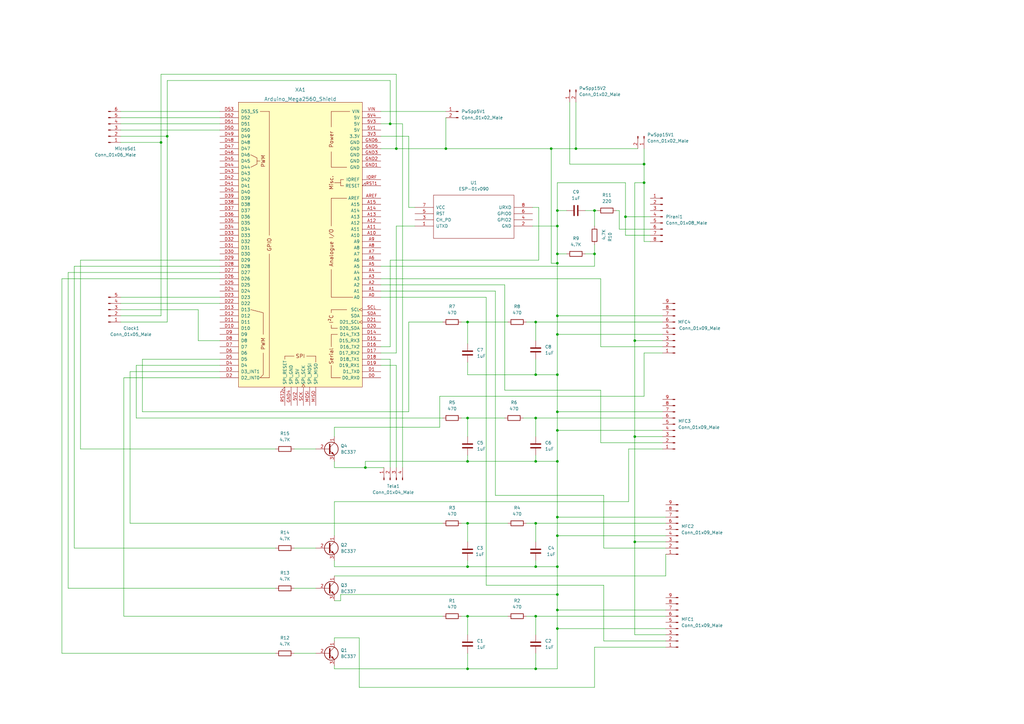
<source format=kicad_sch>
(kicad_sch (version 20211123) (generator eeschema)
  (paper "A3")
  (title_block (title "Circuito protótipo controlador") (date "2022-06-04") (rev "01") (company "UTFPR") (comment 1 "Autor: Gabriel Espinola Lincoln Ferreira dos Santos"))
  (lib_symbols
    (symbol "Connector:Conn_01x02_Male" (pin_names (offset 1.016) hide)
      (property "Reference" "J" (at 0 2.54 0))
      (property "Value" "Conn_01x02_Male" (at 0 -5.08 0))
      (symbol "Conn_01x02_Male_1_1"
        (polyline (pts (xy 1.27 -2.54) (xy 0.8636 -2.54)) (stroke (width 0.1524)))
        (polyline (pts (xy 1.27 0) (xy 0.8636 0)) (stroke (width 0.1524)))
        (rectangle (start 0.8636 -2.413) (end 0 -2.667) (stroke (width 0.1524)) (fill (type outline)))
        (rectangle (start 0.8636 0.127) (end 0 -0.127) (stroke (width 0.1524)) (fill (type outline)))
        (pin passive line (at 5.08 0 180) (length 3.81) (name "Pin_1") (number "1"))
        (pin passive line (at 5.08 -2.54 180) (length 3.81) (name "Pin_2") (number "2"))
      )
    )
    (symbol "Connector:Conn_01x04_Male" (pin_names (offset 1.016) hide)
      (property "Reference" "J" (at 0 5.08 0))
      (property "Value" "Conn_01x04_Male" (at 0 -7.62 0))
      (symbol "Conn_01x04_Male_1_1"
        (polyline (pts (xy 1.27 -5.08) (xy 0.8636 -5.08)) (stroke (width 0.1524)))
        (polyline (pts (xy 1.27 -2.54) (xy 0.8636 -2.54)) (stroke (width 0.1524)))
        (polyline (pts (xy 1.27 0) (xy 0.8636 0)) (stroke (width 0.1524)))
        (polyline (pts (xy 1.27 2.54) (xy 0.8636 2.54)) (stroke (width 0.1524)))
        (rectangle (start 0.8636 -4.953) (end 0 -5.207) (stroke (width 0.1524)) (fill (type outline)))
        (rectangle (start 0.8636 -2.413) (end 0 -2.667) (stroke (width 0.1524)) (fill (type outline)))
        (rectangle (start 0.8636 0.127) (end 0 -0.127) (stroke (width 0.1524)) (fill (type outline)))
        (rectangle (start 0.8636 2.667) (end 0 2.413) (stroke (width 0.1524)) (fill (type outline)))
        (pin passive line (at 5.08 2.54 180) (length 3.81) (name "Pin_1") (number "1"))
        (pin passive line (at 5.08 0 180) (length 3.81) (name "Pin_2") (number "2"))
        (pin passive line (at 5.08 -2.54 180) (length 3.81) (name "Pin_3") (number "3"))
        (pin passive line (at 5.08 -5.08 180) (length 3.81) (name "Pin_4") (number "4"))
      )
    )
    (symbol "Connector:Conn_01x05_Male" (pin_names (offset 1.016) hide)
      (property "Reference" "J" (at 0 7.62 0))
      (property "Value" "Conn_01x05_Male" (at 0 -7.62 0))
      (symbol "Conn_01x05_Male_1_1"
        (polyline (pts (xy 1.27 -5.08) (xy 0.8636 -5.08)) (stroke (width 0.1524)))
        (polyline (pts (xy 1.27 -2.54) (xy 0.8636 -2.54)) (stroke (width 0.1524)))
        (polyline (pts (xy 1.27 0) (xy 0.8636 0)) (stroke (width 0.1524)))
        (polyline (pts (xy 1.27 2.54) (xy 0.8636 2.54)) (stroke (width 0.1524)))
        (polyline (pts (xy 1.27 5.08) (xy 0.8636 5.08)) (stroke (width 0.1524)))
        (rectangle (start 0.8636 -4.953) (end 0 -5.207) (stroke (width 0.1524)) (fill (type outline)))
        (rectangle (start 0.8636 -2.413) (end 0 -2.667) (stroke (width 0.1524)) (fill (type outline)))
        (rectangle (start 0.8636 0.127) (end 0 -0.127) (stroke (width 0.1524)) (fill (type outline)))
        (rectangle (start 0.8636 2.667) (end 0 2.413) (stroke (width 0.1524)) (fill (type outline)))
        (rectangle (start 0.8636 5.207) (end 0 4.953) (stroke (width 0.1524)) (fill (type outline)))
        (pin passive line (at 5.08 5.08 180) (length 3.81) (name "Pin_1") (number "1"))
        (pin passive line (at 5.08 2.54 180) (length 3.81) (name "Pin_2") (number "2"))
        (pin passive line (at 5.08 0 180) (length 3.81) (name "Pin_3") (number "3"))
        (pin passive line (at 5.08 -2.54 180) (length 3.81) (name "Pin_4") (number "4"))
        (pin passive line (at 5.08 -5.08 180) (length 3.81) (name "Pin_5") (number "5"))
      )
    )
    (symbol "Connector:Conn_01x06_Male" (pin_names (offset 1.016) hide)
      (property "Reference" "J" (at 0 7.62 0))
      (property "Value" "Conn_01x06_Male" (at 0 -10.16 0))
      (symbol "Conn_01x06_Male_1_1"
        (polyline (pts (xy 1.27 -7.62) (xy 0.8636 -7.62)) (stroke (width 0.1524)))
        (polyline (pts (xy 1.27 -5.08) (xy 0.8636 -5.08)) (stroke (width 0.1524)))
        (polyline (pts (xy 1.27 -2.54) (xy 0.8636 -2.54)) (stroke (width 0.1524)))
        (polyline (pts (xy 1.27 0) (xy 0.8636 0)) (stroke (width 0.1524)))
        (polyline (pts (xy 1.27 2.54) (xy 0.8636 2.54)) (stroke (width 0.1524)))
        (polyline (pts (xy 1.27 5.08) (xy 0.8636 5.08)) (stroke (width 0.1524)))
        (rectangle (start 0.8636 -7.493) (end 0 -7.747) (stroke (width 0.1524)) (fill (type outline)))
        (rectangle (start 0.8636 -4.953) (end 0 -5.207) (stroke (width 0.1524)) (fill (type outline)))
        (rectangle (start 0.8636 -2.413) (end 0 -2.667) (stroke (width 0.1524)) (fill (type outline)))
        (rectangle (start 0.8636 0.127) (end 0 -0.127) (stroke (width 0.1524)) (fill (type outline)))
        (rectangle (start 0.8636 2.667) (end 0 2.413) (stroke (width 0.1524)) (fill (type outline)))
        (rectangle (start 0.8636 5.207) (end 0 4.953) (stroke (width 0.1524)) (fill (type outline)))
        (pin passive line (at 5.08 5.08 180) (length 3.81) (name "Pin_1") (number "1"))
        (pin passive line (at 5.08 2.54 180) (length 3.81) (name "Pin_2") (number "2"))
        (pin passive line (at 5.08 0 180) (length 3.81) (name "Pin_3") (number "3"))
        (pin passive line (at 5.08 -2.54 180) (length 3.81) (name "Pin_4") (number "4"))
        (pin passive line (at 5.08 -5.08 180) (length 3.81) (name "Pin_5") (number "5"))
        (pin passive line (at 5.08 -7.62 180) (length 3.81) (name "Pin_6") (number "6"))
      )
    )
    (symbol "Connector:Conn_01x08_Male" (pin_names (offset 1.016) hide)
      (property "Reference" "J" (at 0 10.16 0))
      (property "Value" "Conn_01x08_Male" (at 0 -12.7 0))
      (symbol "Conn_01x08_Male_1_1"
        (polyline (pts (xy 1.27 -10.16) (xy 0.8636 -10.16)) (stroke (width 0.1524)))
        (polyline (pts (xy 1.27 -7.62) (xy 0.8636 -7.62)) (stroke (width 0.1524)))
        (polyline (pts (xy 1.27 -5.08) (xy 0.8636 -5.08)) (stroke (width 0.1524)))
        (polyline (pts (xy 1.27 -2.54) (xy 0.8636 -2.54)) (stroke (width 0.1524)))
        (polyline (pts (xy 1.27 0) (xy 0.8636 0)) (stroke (width 0.1524)))
        (polyline (pts (xy 1.27 2.54) (xy 0.8636 2.54)) (stroke (width 0.1524)))
        (polyline (pts (xy 1.27 5.08) (xy 0.8636 5.08)) (stroke (width 0.1524)))
        (polyline (pts (xy 1.27 7.62) (xy 0.8636 7.62)) (stroke (width 0.1524)))
        (rectangle (start 0.8636 -10.033) (end 0 -10.287) (stroke (width 0.1524)) (fill (type outline)))
        (rectangle (start 0.8636 -7.493) (end 0 -7.747) (stroke (width 0.1524)) (fill (type outline)))
        (rectangle (start 0.8636 -4.953) (end 0 -5.207) (stroke (width 0.1524)) (fill (type outline)))
        (rectangle (start 0.8636 -2.413) (end 0 -2.667) (stroke (width 0.1524)) (fill (type outline)))
        (rectangle (start 0.8636 0.127) (end 0 -0.127) (stroke (width 0.1524)) (fill (type outline)))
        (rectangle (start 0.8636 2.667) (end 0 2.413) (stroke (width 0.1524)) (fill (type outline)))
        (rectangle (start 0.8636 5.207) (end 0 4.953) (stroke (width 0.1524)) (fill (type outline)))
        (rectangle (start 0.8636 7.747) (end 0 7.493) (stroke (width 0.1524)) (fill (type outline)))
        (pin passive line (at 5.08 7.62 180) (length 3.81) (name "Pin_1") (number "1"))
        (pin passive line (at 5.08 5.08 180) (length 3.81) (name "Pin_2") (number "2"))
        (pin passive line (at 5.08 2.54 180) (length 3.81) (name "Pin_3") (number "3"))
        (pin passive line (at 5.08 0 180) (length 3.81) (name "Pin_4") (number "4"))
        (pin passive line (at 5.08 -2.54 180) (length 3.81) (name "Pin_5") (number "5"))
        (pin passive line (at 5.08 -5.08 180) (length 3.81) (name "Pin_6") (number "6"))
        (pin passive line (at 5.08 -7.62 180) (length 3.81) (name "Pin_7") (number "7"))
        (pin passive line (at 5.08 -10.16 180) (length 3.81) (name "Pin_8") (number "8"))
      )
    )
    (symbol "Connector:Conn_01x09_Male" (pin_names (offset 1.016) hide)
      (property "Reference" "J" (at 0 12.7 0))
      (property "Value" "Conn_01x09_Male" (at 0 -12.7 0))
      (symbol "Conn_01x09_Male_1_1"
        (polyline (pts (xy 1.27 -10.16) (xy 0.8636 -10.16)) (stroke (width 0.1524)))
        (polyline (pts (xy 1.27 -7.62) (xy 0.8636 -7.62)) (stroke (width 0.1524)))
        (polyline (pts (xy 1.27 -5.08) (xy 0.8636 -5.08)) (stroke (width 0.1524)))
        (polyline (pts (xy 1.27 -2.54) (xy 0.8636 -2.54)) (stroke (width 0.1524)))
        (polyline (pts (xy 1.27 0) (xy 0.8636 0)) (stroke (width 0.1524)))
        (polyline (pts (xy 1.27 2.54) (xy 0.8636 2.54)) (stroke (width 0.1524)))
        (polyline (pts (xy 1.27 5.08) (xy 0.8636 5.08)) (stroke (width 0.1524)))
        (polyline (pts (xy 1.27 7.62) (xy 0.8636 7.62)) (stroke (width 0.1524)))
        (polyline (pts (xy 1.27 10.16) (xy 0.8636 10.16)) (stroke (width 0.1524)))
        (rectangle (start 0.8636 -10.033) (end 0 -10.287) (stroke (width 0.1524)) (fill (type outline)))
        (rectangle (start 0.8636 -7.493) (end 0 -7.747) (stroke (width 0.1524)) (fill (type outline)))
        (rectangle (start 0.8636 -4.953) (end 0 -5.207) (stroke (width 0.1524)) (fill (type outline)))
        (rectangle (start 0.8636 -2.413) (end 0 -2.667) (stroke (width 0.1524)) (fill (type outline)))
        (rectangle (start 0.8636 0.127) (end 0 -0.127) (stroke (width 0.1524)) (fill (type outline)))
        (rectangle (start 0.8636 2.667) (end 0 2.413) (stroke (width 0.1524)) (fill (type outline)))
        (rectangle (start 0.8636 5.207) (end 0 4.953) (stroke (width 0.1524)) (fill (type outline)))
        (rectangle (start 0.8636 7.747) (end 0 7.493) (stroke (width 0.1524)) (fill (type outline)))
        (rectangle (start 0.8636 10.287) (end 0 10.033) (stroke (width 0.1524)) (fill (type outline)))
        (pin passive line (at 5.08 10.16 180) (length 3.81) (name "Pin_1") (number "1"))
        (pin passive line (at 5.08 7.62 180) (length 3.81) (name "Pin_2") (number "2"))
        (pin passive line (at 5.08 5.08 180) (length 3.81) (name "Pin_3") (number "3"))
        (pin passive line (at 5.08 2.54 180) (length 3.81) (name "Pin_4") (number "4"))
        (pin passive line (at 5.08 0 180) (length 3.81) (name "Pin_5") (number "5"))
        (pin passive line (at 5.08 -2.54 180) (length 3.81) (name "Pin_6") (number "6"))
        (pin passive line (at 5.08 -5.08 180) (length 3.81) (name "Pin_7") (number "7"))
        (pin passive line (at 5.08 -7.62 180) (length 3.81) (name "Pin_8") (number "8"))
        (pin passive line (at 5.08 -10.16 180) (length 3.81) (name "Pin_9") (number "9"))
      )
    )
    (symbol "Device:C" (pin_numbers hide) (pin_names (offset 0.254))
      (property "Reference" "C" (at 0.635 2.54 0))
      (property "Value" "C" (at 0.635 -2.54 0))
      (symbol "C_0_1"
        (polyline (pts (xy -2.032 -0.762) (xy 2.032 -0.762)) (stroke (width 0.508)))
        (polyline (pts (xy -2.032 0.762) (xy 2.032 0.762)) (stroke (width 0.508)))
      )
      (symbol "C_1_1"
        (pin passive line (at 0 3.81 270) (length 2.794) (name "~") (number "1"))
        (pin passive line (at 0 -3.81 90) (length 2.794) (name "~") (number "2"))
      )
    )
    (symbol "Device:R" (pin_numbers hide) (pin_names (offset 0))
      (property "Reference" "R" (at 2.032 0 90))
      (property "Value" "R" (at 0 0 90))
      (symbol "R_0_1"
        (rectangle (start -1.016 -2.54) (end 1.016 2.54) (stroke (width 0.254)))
      )
      (symbol "R_1_1"
        (pin passive line (at 0 3.81 270) (length 1.27) (name "~") (number "1"))
        (pin passive line (at 0 -3.81 90) (length 1.27) (name "~") (number "2"))
      )
    )
    (symbol "Transistor_BJT:BC337" (pin_names (offset 0) hide)
      (property "Reference" "Q" (at 5.08 1.905 0))
      (property "Value" "BC337" (at 5.08 0 0))
      (symbol "BC337_0_1"
        (polyline (pts (xy 0 0) (xy 0.635 0)))
        (polyline (pts (xy 0.635 0.635) (xy 2.54 2.54)))
        (polyline (pts (xy 0.635 -0.635) (xy 2.54 -2.54) (xy 2.54 -2.54)))
        (polyline (pts (xy 0.635 1.905) (xy 0.635 -1.905) (xy 0.635 -1.905)) (stroke (width 0.508)))
        (polyline (pts (xy 1.27 -1.778) (xy 1.778 -1.27) (xy 2.286 -2.286) (xy 1.27 -1.778) (xy 1.27 -1.778)) (fill (type outline)))
        (circle (center 1.27 0) (radius 2.8194) (stroke (width 0.254)))
      )
      (symbol "BC337_1_1"
        (pin passive line (at 2.54 5.08 270) (length 2.54) (name "C") (number "1"))
        (pin input line (at -5.08 0 0) (length 5.08) (name "B") (number "2"))
        (pin passive line (at 2.54 -5.08 90) (length 2.54) (name "E") (number "3"))
      )
    )
    (symbol "arduino:Arduino_Mega2560_Shield" (pin_names (offset 1.016))
      (property "Reference" "XA" (at 2.54 0 90))
      (property "Value" "Arduino_Mega2560_Shield" (at -2.54 0 90))
      (symbol "Arduino_Mega2560_Shield_0_0"
        (rectangle (start -25.4 -58.42) (end 25.4 58.42) (fill (type background)))
        (rectangle (start -20.32 -54.61) (end -12.7 -54.61))
        (rectangle (start -19.05 -31.75) (end -12.7 -31.75))
        (rectangle (start -19.05 -19.05) (end -12.7 -19.05))
        (rectangle (start -19.05 26.67) (end -12.7 26.67))
        (rectangle (start -17.78 -26.67) (end -16.51 -26.67))
        (rectangle (start -17.78 -24.13) (end -16.51 -24.13))
        (rectangle (start -16.51 -25.4) (end -13.97 -25.4))
        (rectangle (start -16.51 -24.13) (end -16.51 -26.67))
        (rectangle (start -16.51 54.61) (end -12.7 54.61))
        (rectangle (start -15.24 34.29) (end -12.7 34.29))
        (rectangle (start -15.24 36.83) (end -12.7 36.83))
        (rectangle (start -12.7 -54.61) (end -12.7 -48.26))
        (rectangle (start -12.7 -31.75) (end -12.7 -38.1))
        (rectangle (start -12.7 26.67) (end -12.7 27.94))
        (rectangle (start -12.7 34.29) (end -12.7 33.02))
        (rectangle (start -12.7 41.91) (end -12.7 36.83))
        (rectangle (start -12.7 49.53) (end -12.7 54.61))
        (rectangle (start -6.35 48.26) (end -6.35 45.72))
        (rectangle (start -2.54 45.72) (end -6.35 45.72))
        (polyline (pts (xy -21.59 21.59) (xy -12.7 21.59)))
        (polyline (pts (xy -12.7 -19.05) (xy -12.7 -7.62)))
        (polyline (pts (xy -12.7 10.16) (xy -12.7 21.59)))
        (polyline (pts (xy 12.7 -54.61) (xy 16.51 -54.61)))
        (polyline (pts (xy 12.7 54.61) (xy 16.51 54.61)))
        (polyline (pts (xy 17.78 -34.29) (xy 16.51 -34.29)))
        (polyline (pts (xy 15.24 36.83) (xy 15.24 27.94) (xy 20.32 26.67)))
        (polyline (pts (xy 15.24 44.45) (xy 15.24 53.34) (xy 16.51 54.61)))
        (polyline (pts (xy 20.32 -31.75) (xy 17.78 -33.02) (xy 17.78 -35.56) (xy 20.32 -36.83)))
        (rectangle (start 6.35 45.72) (end 2.54 45.72))
        (rectangle (start 6.35 46.99) (end 6.35 45.72))
        (text "Analogue I/O" (at -12.7 1.27 900) (effects (font (size 1.524 1.524))))
        (text "I²C" (at -12.7 30.48 900) (effects (font (size 1.524 1.524))))
        (text "Misc." (at -12.7 -25.4 900) (effects (font (size 1.524 1.524))))
        (text "Power" (at -12.7 -43.18 900) (effects (font (size 1.524 1.524))))
        (text "PWM" (at 15.24 -34.29 900) (effects (font (size 1.524 1.524))))
        (text "PWM" (at 15.24 40.64 900) (effects (font (size 1.524 1.524))))
        (text "Serial" (at -12.7 45.72 900) (effects (font (size 1.524 1.524))))
        (text "SPI" (at 0 45.72 0) (effects (font (size 1.524 1.524))))
      )
      (symbol "Arduino_Mega2560_Shield_1_0"
        (rectangle (start 12.7 -54.61) (end 12.7 -3.81))
        (rectangle (start 12.7 54.61) (end 12.7 3.81))
        (text "GPIO" (at 12.7 0 900) (effects (font (size 1.524 1.524))))
      )
      (symbol "Arduino_Mega2560_Shield_1_1"
        (pin power_in line (at -33.02 -44.45 0) (length 7.62) (name "3.3V") (number "3V3"))
        (pin power_in line (at -33.02 -46.99 0) (length 7.62) (name "5V") (number "5V1"))
        (pin power_in line (at 1.27 66.04 270) (length 7.62) (name "SPI_5V") (number "5V2"))
        (pin power_in line (at -33.02 -49.53 0) (length 7.62) (name "5V") (number "5V3"))
        (pin power_in line (at -33.02 -52.07 0) (length 7.62) (name "5V") (number "5V4"))
        (pin bidirectional line (at -33.02 21.59 0) (length 7.62) (name "A0") (number "A0"))
        (pin bidirectional line (at -33.02 19.05 0) (length 7.62) (name "A1") (number "A1"))
        (pin bidirectional line (at -33.02 -3.81 0) (length 7.62) (name "A10") (number "A10"))
        (pin bidirectional line (at -33.02 -6.35 0) (length 7.62) (name "A11") (number "A11"))
        (pin bidirectional line (at -33.02 -8.89 0) (length 7.62) (name "A12") (number "A12"))
        (pin bidirectional line (at -33.02 -11.43 0) (length 7.62) (name "A13") (number "A13"))
        (pin bidirectional line (at -33.02 -13.97 0) (length 7.62) (name "A14") (number "A14"))
        (pin bidirectional line (at -33.02 -16.51 0) (length 7.62) (name "A15") (number "A15"))
        (pin bidirectional line (at -33.02 16.51 0) (length 7.62) (name "A2") (number "A2"))
        (pin bidirectional line (at -33.02 13.97 0) (length 7.62) (name "A3") (number "A3"))
        (pin bidirectional line (at -33.02 11.43 0) (length 7.62) (name "A4") (number "A4"))
        (pin bidirectional line (at -33.02 8.89 0) (length 7.62) (name "A5") (number "A5"))
        (pin bidirectional line (at -33.02 6.35 0) (length 7.62) (name "A6") (number "A6"))
        (pin bidirectional line (at -33.02 3.81 0) (length 7.62) (name "A7") (number "A7"))
        (pin bidirectional line (at -33.02 1.27 0) (length 7.62) (name "A8") (number "A8"))
        (pin bidirectional line (at -33.02 -1.27 0) (length 7.62) (name "A9") (number "A9"))
        (pin input line (at -33.02 -19.05 0) (length 7.62) (name "AREF") (number "AREF"))
        (pin bidirectional line (at -33.02 54.61 0) (length 7.62) (name "D0_RX0") (number "D0"))
        (pin bidirectional line (at -33.02 52.07 0) (length 7.62) (name "D1_TX0") (number "D1"))
        (pin bidirectional line (at 33.02 34.29 180) (length 7.62) (name "D10") (number "D10"))
        (pin bidirectional line (at 33.02 31.75 180) (length 7.62) (name "D11") (number "D11"))
        (pin bidirectional line (at 33.02 29.21 180) (length 7.62) (name "D12") (number "D12"))
        (pin bidirectional line (at 33.02 26.67 180) (length 7.62) (name "D13") (number "D13"))
        (pin bidirectional line (at -33.02 36.83 0) (length 7.62) (name "D14_TX3") (number "D14"))
        (pin bidirectional line (at -33.02 39.37 0) (length 7.62) (name "D15_RX3") (number "D15"))
        (pin bidirectional line (at -33.02 41.91 0) (length 7.62) (name "D16_TX2") (number "D16"))
        (pin bidirectional line (at -33.02 44.45 0) (length 7.62) (name "D17_RX2") (number "D17"))
        (pin bidirectional line (at -33.02 46.99 0) (length 7.62) (name "D18_TX1") (number "D18"))
        (pin bidirectional line (at -33.02 49.53 0) (length 7.62) (name "D19_RX1") (number "D19"))
        (pin bidirectional line (at 33.02 54.61 180) (length 7.62) (name "D2_INT0") (number "D2"))
        (pin bidirectional line (at -33.02 34.29 0) (length 7.62) (name "D20_SDA") (number "D20"))
        (pin bidirectional clock (at -33.02 31.75 0) (length 7.62) (name "D21_SCL") (number "D21"))
        (pin bidirectional line (at 33.02 24.13 180) (length 7.62) (name "D22") (number "D22"))
        (pin bidirectional line (at 33.02 21.59 180) (length 7.62) (name "D23") (number "D23"))
        (pin bidirectional line (at 33.02 19.05 180) (length 7.62) (name "D24") (number "D24"))
        (pin bidirectional line (at 33.02 16.51 180) (length 7.62) (name "D25") (number "D25"))
        (pin bidirectional line (at 33.02 13.97 180) (length 7.62) (name "D26") (number "D26"))
        (pin bidirectional line (at 33.02 11.43 180) (length 7.62) (name "D27") (number "D27"))
        (pin bidirectional line (at 33.02 8.89 180) (length 7.62) (name "D28") (number "D28"))
        (pin bidirectional line (at 33.02 6.35 180) (length 7.62) (name "D29") (number "D29"))
        (pin bidirectional line (at 33.02 52.07 180) (length 7.62) (name "D3_INT1") (number "D3"))
        (pin bidirectional line (at 33.02 3.81 180) (length 7.62) (name "D30") (number "D30"))
        (pin bidirectional line (at 33.02 1.27 180) (length 7.62) (name "D31") (number "D31"))
        (pin bidirectional line (at 33.02 -1.27 180) (length 7.62) (name "D32") (number "D32"))
        (pin bidirectional line (at 33.02 -3.81 180) (length 7.62) (name "D33") (number "D33"))
        (pin bidirectional line (at 33.02 -6.35 180) (length 7.62) (name "D34") (number "D34"))
        (pin bidirectional line (at 33.02 -8.89 180) (length 7.62) (name "D35") (number "D35"))
        (pin bidirectional line (at 33.02 -11.43 180) (length 7.62) (name "D36") (number "D36"))
        (pin bidirectional line (at 33.02 -13.97 180) (length 7.62) (name "D37") (number "D37"))
        (pin bidirectional line (at 33.02 -16.51 180) (length 7.62) (name "D38") (number "D38"))
        (pin bidirectional line (at 33.02 -19.05 180) (length 7.62) (name "D39") (number "D39"))
        (pin bidirectional line (at 33.02 49.53 180) (length 7.62) (name "D4") (number "D4"))
        (pin bidirectional line (at 33.02 -21.59 180) (length 7.62) (name "D40") (number "D40"))
        (pin bidirectional line (at 33.02 -24.13 180) (length 7.62) (name "D41") (number "D41"))
        (pin bidirectional line (at 33.02 -26.67 180) (length 7.62) (name "D42") (number "D42"))
        (pin bidirectional line (at 33.02 -29.21 180) (length 7.62) (name "D43") (number "D43"))
        (pin bidirectional line (at 33.02 -31.75 180) (length 7.62) (name "D44") (number "D44"))
        (pin bidirectional line (at 33.02 -34.29 180) (length 7.62) (name "D45") (number "D45"))
        (pin bidirectional line (at 33.02 -36.83 180) (length 7.62) (name "D46") (number "D46"))
        (pin bidirectional line (at 33.02 -39.37 180) (length 7.62) (name "D47") (number "D47"))
        (pin bidirectional line (at 33.02 -41.91 180) (length 7.62) (name "D48") (number "D48"))
        (pin bidirectional line (at 33.02 -44.45 180) (length 7.62) (name "D49") (number "D49"))
        (pin bidirectional line (at 33.02 46.99 180) (length 7.62) (name "D5") (number "D5"))
        (pin bidirectional line (at 33.02 -46.99 180) (length 7.62) (name "D50") (number "D50"))
        (pin bidirectional line (at 33.02 -49.53 180) (length 7.62) (name "D51") (number "D51"))
        (pin bidirectional line (at 33.02 -52.07 180) (length 7.62) (name "D52") (number "D52"))
        (pin bidirectional line (at 33.02 -54.61 180) (length 7.62) (name "D53_SS") (number "D53"))
        (pin bidirectional line (at 33.02 44.45 180) (length 7.62) (name "D6") (number "D6"))
        (pin bidirectional line (at 33.02 41.91 180) (length 7.62) (name "D7") (number "D7"))
        (pin bidirectional line (at 33.02 39.37 180) (length 7.62) (name "D8") (number "D8"))
        (pin bidirectional line (at 33.02 36.83 180) (length 7.62) (name "D9") (number "D9"))
        (pin power_in line (at -33.02 -31.75 0) (length 7.62) (name "GND") (number "GND1"))
        (pin power_in line (at -33.02 -34.29 0) (length 7.62) (name "GND") (number "GND2"))
        (pin power_in line (at -33.02 -36.83 0) (length 7.62) (name "GND") (number "GND3"))
        (pin power_in line (at 3.81 66.04 270) (length 7.62) (name "SPI_GND") (number "GND4"))
        (pin power_in line (at -33.02 -39.37 0) (length 7.62) (name "GND") (number "GND5"))
        (pin power_in line (at -33.02 -41.91 0) (length 7.62) (name "GND") (number "GND6"))
        (pin output line (at -33.02 -26.67 0) (length 7.62) (name "IOREF") (number "IORF"))
        (pin input line (at -6.35 66.04 270) (length 7.62) (name "SPI_MISO") (number "MISO"))
        (pin output line (at -3.81 66.04 270) (length 7.62) (name "SPI_MOSI") (number "MOSI"))
        (pin open_collector input_low (at -33.02 -24.13 0) (length 7.62) (name "RESET") (number "RST1"))
        (pin open_collector input_low (at 6.35 66.04 270) (length 7.62) (name "SPI_RESET") (number "RST2"))
        (pin output clock (at -1.27 66.04 270) (length 7.62) (name "SPI_SCK") (number "SCK"))
        (pin bidirectional clock (at -33.02 26.67 0) (length 7.62) (name "SCL") (number "SCL"))
        (pin bidirectional line (at -33.02 29.21 0) (length 7.62) (name "SDA") (number "SDA"))
        (pin power_in line (at -33.02 -54.61 0) (length 7.62) (name "VIN") (number "VIN"))
      )
    )
    (symbol "esp:ESP-01v090" (pin_names (offset 1.016))
      (property "Reference" "U" (at 0 -2.54 0))
      (property "Value" "ESP-01v090" (at 0 2.54 0))
      (symbol "ESP-01v090_1_0"
        (rectangle (start -16.51 -8.89) (end 16.51 8.89))
      )
      (symbol "ESP-01v090_1_1"
        (pin output line (at -24.13 3.81 0) (length 7.62) (name "UTXD") (number "1"))
        (pin power_in line (at 24.13 3.81 180) (length 7.62) (name "GND") (number "2"))
        (pin input line (at -24.13 1.27 0) (length 7.62) (name "CH_PD") (number "3"))
        (pin tri_state line (at 24.13 1.27 180) (length 7.62) (name "GPIO2") (number "4"))
        (pin input line (at -24.13 -1.27 0) (length 7.62) (name "RST") (number "5"))
        (pin tri_state line (at 24.13 -1.27 180) (length 7.62) (name "GPIO0") (number "6"))
        (pin power_in line (at -24.13 -3.81 0) (length 7.62) (name "VCC") (number "7"))
        (pin input line (at 24.13 -3.81 180) (length 7.62) (name "URXD") (number "8"))
      )
    )
  )
  (junction (at 162.56 60.96))
  (junction (at 228.6 232.41))
  (junction (at 66.04 58.42))
  (junction (at 264.16 67.31))
  (junction (at 219.71 214.63))
  (junction (at 191.77 189.23))
  (junction (at 219.71 171.45))
  (junction (at 149.86 191.77))
  (junction (at 228.6 168.91))
  (junction (at 228.6 257.81))
  (junction (at 260.35 179.07))
  (junction (at 256.54 88.9))
  (junction (at 191.77 232.41))
  (junction (at 228.6 153.67))
  (junction (at 228.6 92.71))
  (junction (at 228.6 107.95))
  (junction (at 228.6 250.19))
  (junction (at 228.6 219.71))
  (junction (at 228.6 189.23))
  (junction (at 228.6 129.54))
  (junction (at 191.77 274.32))
  (junction (at 228.6 212.09))
  (junction (at 219.71 252.73))
  (junction (at 219.71 274.32))
  (junction (at 243.84 104.14))
  (junction (at 191.77 132.08))
  (junction (at 219.71 189.23))
  (junction (at 226.06 60.96))
  (junction (at 219.71 153.67))
  (junction (at 260.35 222.25))
  (junction (at 243.84 86.36))
  (junction (at 191.77 214.63))
  (junction (at 191.77 171.45))
  (junction (at 228.6 104.14))
  (junction (at 182.88 60.96))
  (junction (at 160.02 50.8))
  (junction (at 219.71 232.41))
  (junction (at 228.6 86.36))
  (junction (at 228.6 176.53))
  (junction (at 260.35 139.7))
  (junction (at 236.22 60.96))
  (junction (at 68.58 55.88))
  (junction (at 228.6 243.84))
  (junction (at 264.16 74.93))
  (junction (at 191.77 252.73))
  (junction (at 219.71 132.08))
  (junction (at 228.6 137.16))
  (wire (pts (xy 219.71 171.45) (xy 219.71 179.07)))
  (wire (pts (xy 49.53 45.72) (xy 90.17 45.72)))
  (wire (pts (xy 33.02 184.15) (xy 33.02 106.68)))
  (wire (pts (xy 156.21 116.84) (xy 207.01 116.84)))
  (wire (pts (xy 49.53 48.26) (xy 90.17 48.26)))
  (wire (pts (xy 219.71 214.63) (xy 219.71 222.25)))
  (wire (pts (xy 167.64 85.09) (xy 170.18 85.09)))
  (wire (pts (xy 243.84 109.22) (xy 243.84 104.14)))
  (wire (pts (xy 162.56 92.71) (xy 170.18 92.71)))
  (wire (pts (xy 149.86 191.77) (xy 149.86 189.23)))
  (wire (pts (xy 191.77 153.67) (xy 191.77 148.59)))
  (wire (pts (xy 156.21 109.22) (xy 243.84 109.22)))
  (wire (pts (xy 228.6 176.53) (xy 271.78 176.53)))
  (wire (pts (xy 271.78 142.24) (xy 246.38 142.24)))
  (wire (pts (xy 191.77 214.63) (xy 208.28 214.63)))
  (wire (pts (xy 189.23 214.63) (xy 191.77 214.63)))
  (wire (pts (xy 58.42 168.91) (xy 58.42 147.32)))
  (wire (pts (xy 137.16 236.22) (xy 273.05 236.22)))
  (wire (pts (xy 233.68 67.31) (xy 233.68 41.91)))
  (wire (pts (xy 219.71 153.67) (xy 219.71 147.32)))
  (wire (pts (xy 49.53 132.08) (xy 68.58 132.08)))
  (wire (pts (xy 50.8 252.73) (xy 181.61 252.73)))
  (wire (pts (xy 53.34 152.4) (xy 90.17 152.4)))
  (wire (pts (xy 120.65 184.15) (xy 129.54 184.15)))
  (wire (pts (xy 243.84 86.36) (xy 245.11 86.36)))
  (wire (pts (xy 162.56 149.86) (xy 156.21 149.86)))
  (wire (pts (xy 191.77 132.08) (xy 191.77 140.97)))
  (wire (pts (xy 191.77 171.45) (xy 191.77 179.07)))
  (wire (pts (xy 160.02 147.32) (xy 156.21 147.32)))
  (wire (pts (xy 162.56 144.78) (xy 162.56 92.71)))
  (wire (pts (xy 228.6 137.16) (xy 271.78 137.16)))
  (wire (pts (xy 25.4 114.3) (xy 25.4 267.97)))
  (wire (pts (xy 228.6 219.71) (xy 228.6 232.41)))
  (wire (pts (xy 49.53 58.42) (xy 66.04 58.42)))
  (wire (pts (xy 191.77 252.73) (xy 191.77 260.35)))
  (wire (pts (xy 149.86 191.77) (xy 157.48 191.77)))
  (wire (pts (xy 219.71 232.41) (xy 228.6 232.41)))
  (wire (pts (xy 162.56 30.48) (xy 162.56 60.96)))
  (wire (pts (xy 257.81 184.15) (xy 271.78 184.15)))
  (wire (pts (xy 160.02 191.77) (xy 160.02 147.32)))
  (wire (pts (xy 264.16 74.93) (xy 264.16 99.06)))
  (wire (pts (xy 273.05 236.22) (xy 273.05 227.33)))
  (wire (pts (xy 228.6 107.95) (xy 228.6 129.54)))
  (wire (pts (xy 264.16 162.56) (xy 264.16 144.78)))
  (wire (pts (xy 220.98 85.09) (xy 220.98 106.68)))
  (wire (pts (xy 137.16 175.26) (xy 180.34 175.26)))
  (wire (pts (xy 120.65 267.97) (xy 129.54 267.97)))
  (wire (pts (xy 254 86.36) (xy 254 93.98)))
  (wire (pts (xy 247.65 262.89) (xy 247.65 240.03)))
  (wire (pts (xy 228.6 250.19) (xy 273.05 250.19)))
  (wire (pts (xy 228.6 104.14) (xy 228.6 107.95)))
  (wire (pts (xy 25.4 114.3) (xy 90.17 114.3)))
  (wire (pts (xy 260.35 74.93) (xy 264.16 74.93)))
  (wire (pts (xy 257.81 205.74) (xy 257.81 184.15)))
  (wire (pts (xy 137.16 219.71) (xy 137.16 205.74)))
  (wire (pts (xy 240.03 86.36) (xy 243.84 86.36)))
  (wire (pts (xy 219.71 189.23) (xy 228.6 189.23)))
  (wire (pts (xy 228.6 176.53) (xy 228.6 189.23)))
  (wire (pts (xy 113.03 224.79) (xy 30.48 224.79)))
  (wire (pts (xy 160.02 142.24) (xy 156.21 142.24)))
  (wire (pts (xy 165.1 50.8) (xy 165.1 191.77)))
  (wire (pts (xy 49.53 50.8) (xy 90.17 50.8)))
  (wire (pts (xy 247.65 203.2) (xy 203.2 203.2)))
  (wire (pts (xy 49.53 124.46) (xy 90.17 124.46)))
  (wire (pts (xy 156.21 119.38) (xy 203.2 119.38)))
  (wire (pts (xy 219.71 267.97) (xy 219.71 274.32)))
  (wire (pts (xy 156.21 144.78) (xy 162.56 144.78)))
  (wire (pts (xy 199.39 240.03) (xy 247.65 240.03)))
  (wire (pts (xy 256.54 88.9) (xy 256.54 96.52)))
  (wire (pts (xy 68.58 33.02) (xy 68.58 55.88)))
  (wire (pts (xy 228.6 219.71) (xy 273.05 219.71)))
  (wire (pts (xy 226.06 60.96) (xy 236.22 60.96)))
  (wire (pts (xy 256.54 96.52) (xy 266.7 96.52)))
  (wire (pts (xy 219.71 186.69) (xy 219.71 189.23)))
  (wire (pts (xy 246.38 160.02) (xy 207.01 160.02)))
  (wire (pts (xy 30.48 109.22) (xy 30.48 224.79)))
  (wire (pts (xy 191.77 274.32) (xy 219.71 274.32)))
  (wire (pts (xy 147.32 281.94) (xy 147.32 261.62)))
  (wire (pts (xy 218.44 92.71) (xy 228.6 92.71)))
  (wire (pts (xy 149.86 189.23) (xy 191.77 189.23)))
  (wire (pts (xy 228.6 92.71) (xy 228.6 104.14)))
  (wire (pts (xy 246.38 142.24) (xy 246.38 114.3)))
  (wire (pts (xy 49.53 121.92) (xy 90.17 121.92)))
  (wire (pts (xy 162.56 191.77) (xy 162.56 149.86)))
  (wire (pts (xy 147.32 261.62) (xy 137.16 261.62)))
  (wire (pts (xy 55.88 149.86) (xy 90.17 149.86)))
  (wire (pts (xy 228.6 74.93) (xy 228.6 86.36)))
  (wire (pts (xy 137.16 274.32) (xy 191.77 274.32)))
  (wire (pts (xy 137.16 189.23) (xy 137.16 191.77)))
  (wire (pts (xy 58.42 147.32) (xy 90.17 147.32)))
  (wire (pts (xy 49.53 53.34) (xy 90.17 53.34)))
  (wire (pts (xy 180.34 162.56) (xy 264.16 162.56)))
  (wire (pts (xy 55.88 149.86) (xy 55.88 171.45)))
  (wire (pts (xy 228.6 153.67) (xy 228.6 168.91)))
  (wire (pts (xy 156.21 60.96) (xy 162.56 60.96)))
  (wire (pts (xy 226.06 107.95) (xy 228.6 107.95)))
  (wire (pts (xy 273.05 262.89) (xy 247.65 262.89)))
  (wire (pts (xy 254 93.98) (xy 266.7 93.98)))
  (wire (pts (xy 167.64 168.91) (xy 58.42 168.91)))
  (wire (pts (xy 207.01 160.02) (xy 207.01 116.84)))
  (wire (pts (xy 215.9 214.63) (xy 219.71 214.63)))
  (wire (pts (xy 160.02 33.02) (xy 160.02 50.8)))
  (wire (pts (xy 162.56 60.96) (xy 182.88 60.96)))
  (wire (pts (xy 147.32 281.94) (xy 243.84 281.94)))
  (wire (pts (xy 191.77 132.08) (xy 208.28 132.08)))
  (wire (pts (xy 256.54 74.93) (xy 256.54 88.9)))
  (wire (pts (xy 191.77 153.67) (xy 219.71 153.67)))
  (wire (pts (xy 160.02 106.68) (xy 160.02 142.24)))
  (wire (pts (xy 215.9 132.08) (xy 219.71 132.08)))
  (wire (pts (xy 228.6 129.54) (xy 228.6 137.16)))
  (wire (pts (xy 228.6 86.36) (xy 228.6 92.71)))
  (wire (pts (xy 49.53 55.88) (xy 68.58 55.88)))
  (wire (pts (xy 49.53 129.54) (xy 66.04 129.54)))
  (wire (pts (xy 160.02 50.8) (xy 156.21 50.8)))
  (wire (pts (xy 137.16 246.38) (xy 139.7 246.38)))
  (wire (pts (xy 219.71 132.08) (xy 219.71 139.7)))
  (wire (pts (xy 228.6 274.32) (xy 228.6 257.81)))
  (wire (pts (xy 137.16 205.74) (xy 257.81 205.74)))
  (wire (pts (xy 228.6 129.54) (xy 271.78 129.54)))
  (wire (pts (xy 137.16 261.62) (xy 137.16 262.89)))
  (wire (pts (xy 137.16 273.05) (xy 137.16 274.32)))
  (wire (pts (xy 68.58 55.88) (xy 68.58 132.08)))
  (wire (pts (xy 273.05 224.79) (xy 247.65 224.79)))
  (wire (pts (xy 260.35 179.07) (xy 260.35 222.25)))
  (wire (pts (xy 264.16 99.06) (xy 266.7 99.06)))
  (wire (pts (xy 81.28 127) (xy 81.28 139.7)))
  (wire (pts (xy 219.71 214.63) (xy 273.05 214.63)))
  (wire (pts (xy 264.16 67.31) (xy 233.68 67.31)))
  (wire (pts (xy 191.77 222.25) (xy 191.77 214.63)))
  (wire (pts (xy 66.04 58.42) (xy 66.04 129.54)))
  (wire (pts (xy 256.54 88.9) (xy 266.7 88.9)))
  (wire (pts (xy 160.02 50.8) (xy 165.1 50.8)))
  (wire (pts (xy 191.77 186.69) (xy 191.77 189.23)))
  (wire (pts (xy 228.6 243.84) (xy 228.6 250.19)))
  (wire (pts (xy 167.64 55.88) (xy 167.64 85.09)))
  (wire (pts (xy 219.71 252.73) (xy 219.71 260.35)))
  (wire (pts (xy 25.4 267.97) (xy 113.03 267.97)))
  (wire (pts (xy 273.05 260.35) (xy 260.35 260.35)))
  (wire (pts (xy 271.78 181.61) (xy 246.38 181.61)))
  (wire (pts (xy 66.04 30.48) (xy 162.56 30.48)))
  (wire (pts (xy 53.34 152.4) (xy 53.34 214.63)))
  (wire (pts (xy 264.16 67.31) (xy 264.16 60.96)))
  (wire (pts (xy 219.71 229.87) (xy 219.71 232.41)))
  (wire (pts (xy 228.6 86.36) (xy 232.41 86.36)))
  (wire (pts (xy 240.03 104.14) (xy 243.84 104.14)))
  (wire (pts (xy 273.05 212.09) (xy 228.6 212.09)))
  (wire (pts (xy 228.6 104.14) (xy 232.41 104.14)))
  (wire (pts (xy 236.22 60.96) (xy 261.62 60.96)))
  (wire (pts (xy 256.54 74.93) (xy 228.6 74.93)))
  (wire (pts (xy 260.35 139.7) (xy 260.35 74.93)))
  (wire (pts (xy 189.23 171.45) (xy 191.77 171.45)))
  (wire (pts (xy 228.6 168.91) (xy 228.6 176.53)))
  (wire (pts (xy 219.71 171.45) (xy 271.78 171.45)))
  (wire (pts (xy 191.77 267.97) (xy 191.77 274.32)))
  (wire (pts (xy 167.64 132.08) (xy 181.61 132.08)))
  (wire (pts (xy 246.38 181.61) (xy 246.38 160.02)))
  (wire (pts (xy 220.98 106.68) (xy 160.02 106.68)))
  (wire (pts (xy 113.03 184.15) (xy 33.02 184.15)))
  (wire (pts (xy 191.77 252.73) (xy 208.28 252.73)))
  (wire (pts (xy 260.35 139.7) (xy 260.35 179.07)))
  (wire (pts (xy 156.21 55.88) (xy 167.64 55.88)))
  (wire (pts (xy 252.73 86.36) (xy 254 86.36)))
  (wire (pts (xy 199.39 240.03) (xy 199.39 121.92)))
  (wire (pts (xy 189.23 132.08) (xy 191.77 132.08)))
  (wire (pts (xy 191.77 232.41) (xy 219.71 232.41)))
  (wire (pts (xy 137.16 229.87) (xy 137.16 232.41)))
  (wire (pts (xy 243.84 104.14) (xy 243.84 100.33)))
  (wire (pts (xy 219.71 274.32) (xy 228.6 274.32)))
  (wire (pts (xy 167.64 168.91) (xy 167.64 132.08)))
  (wire (pts (xy 243.84 265.43) (xy 273.05 265.43)))
  (wire (pts (xy 50.8 154.94) (xy 50.8 252.73)))
  (wire (pts (xy 247.65 224.79) (xy 247.65 203.2)))
  (wire (pts (xy 81.28 139.7) (xy 90.17 139.7)))
  (wire (pts (xy 228.6 212.09) (xy 228.6 219.71)))
  (wire (pts (xy 49.53 127) (xy 81.28 127)))
  (wire (pts (xy 219.71 252.73) (xy 273.05 252.73)))
  (wire (pts (xy 228.6 137.16) (xy 228.6 153.67)))
  (wire (pts (xy 228.6 257.81) (xy 273.05 257.81)))
  (wire (pts (xy 53.34 214.63) (xy 181.61 214.63)))
  (wire (pts (xy 55.88 171.45) (xy 181.61 171.45)))
  (wire (pts (xy 27.94 111.76) (xy 27.94 241.3)))
  (wire (pts (xy 182.88 60.96) (xy 226.06 60.96)))
  (wire (pts (xy 156.21 45.72) (xy 182.88 45.72)))
  (wire (pts (xy 139.7 243.84) (xy 228.6 243.84)))
  (wire (pts (xy 137.16 179.07) (xy 137.16 175.26)))
  (wire (pts (xy 68.58 33.02) (xy 160.02 33.02)))
  (wire (pts (xy 214.63 171.45) (xy 219.71 171.45)))
  (wire (pts (xy 218.44 85.09) (xy 220.98 85.09)))
  (wire (pts (xy 219.71 132.08) (xy 271.78 132.08)))
  (wire (pts (xy 203.2 203.2) (xy 203.2 119.38)))
  (wire (pts (xy 90.17 111.76) (xy 27.94 111.76)))
  (wire (pts (xy 50.8 154.94) (xy 90.17 154.94)))
  (wire (pts (xy 264.16 74.93) (xy 264.16 67.31)))
  (wire (pts (xy 120.65 224.79) (xy 129.54 224.79)))
  (wire (pts (xy 156.21 121.92) (xy 199.39 121.92)))
  (wire (pts (xy 120.65 241.3) (xy 129.54 241.3)))
  (wire (pts (xy 219.71 153.67) (xy 228.6 153.67)))
  (wire (pts (xy 182.88 48.26) (xy 182.88 60.96)))
  (wire (pts (xy 113.03 241.3) (xy 27.94 241.3)))
  (wire (pts (xy 271.78 139.7) (xy 260.35 139.7)))
  (wire (pts (xy 228.6 250.19) (xy 228.6 257.81)))
  (wire (pts (xy 156.21 114.3) (xy 246.38 114.3)))
  (wire (pts (xy 180.34 175.26) (xy 180.34 162.56)))
  (wire (pts (xy 273.05 222.25) (xy 260.35 222.25)))
  (wire (pts (xy 228.6 232.41) (xy 228.6 243.84)))
  (wire (pts (xy 260.35 260.35) (xy 260.35 222.25)))
  (wire (pts (xy 191.77 171.45) (xy 207.01 171.45)))
  (wire (pts (xy 189.23 252.73) (xy 191.77 252.73)))
  (wire (pts (xy 215.9 252.73) (xy 219.71 252.73)))
  (wire (pts (xy 264.16 144.78) (xy 271.78 144.78)))
  (wire (pts (xy 226.06 60.96) (xy 226.06 107.95)))
  (wire (pts (xy 191.77 189.23) (xy 219.71 189.23)))
  (wire (pts (xy 228.6 189.23) (xy 228.6 212.09)))
  (wire (pts (xy 243.84 92.71) (xy 243.84 86.36)))
  (wire (pts (xy 228.6 168.91) (xy 271.78 168.91)))
  (wire (pts (xy 33.02 106.68) (xy 90.17 106.68)))
  (wire (pts (xy 66.04 30.48) (xy 66.04 58.42)))
  (wire (pts (xy 271.78 179.07) (xy 260.35 179.07)))
  (wire (pts (xy 137.16 232.41) (xy 191.77 232.41)))
  (wire (pts (xy 137.16 191.77) (xy 149.86 191.77)))
  (wire (pts (xy 243.84 281.94) (xy 243.84 265.43)))
  (wire (pts (xy 236.22 41.91) (xy 236.22 60.96)))
  (wire (pts (xy 191.77 229.87) (xy 191.77 232.41)))
  (wire (pts (xy 30.48 109.22) (xy 90.17 109.22)))
  (wire (pts (xy 139.7 246.38) (xy 139.7 243.84)))
  (symbol (lib_id "Connector:Conn_01x06_Male") (at 44.45 53.34 0) (mirror x) (unit 1)
    (property "Reference" "MicroSd1" (at 55.88 60.96 0) (effects (justify right)))
    (property "Value" "Conn_01x06_Male" (at 55.88 63.5 0) (effects (justify right)))
    (property "Footprint" "Connector_PinHeader_2.54mm:PinHeader_1x06_P2.54mm_Horizontal" (effects hide))
  )
  (symbol (lib_id "esp:ESP-01v090") (at 194.31 88.9 0) (mirror x) (unit 1)
    (property "Reference" "U1" (at 194.31 74.93 0))
    (property "Value" "ESP-01v090" (at 194.31 77.47 0))
    (property "Footprint" "esp:ESP-01" (effects hide))
    (property "Datasheet" "http://l0l.org.uk/2014/12/esp8266-modules-hardware-guide-gotta-catch-em-all/" (effects hide))
  )
  (symbol (lib_id "Transistor_BJT:BC337") (at 134.62 241.3 0) (unit 1)
    (property "Reference" "Q3" (at 139.7 240.0299 0) (effects (justify left)))
    (property "Value" "BC337" (at 139.7 242.5699 0) (effects (justify left)))
    (property "Footprint" "Package_TO_SOT_THT:TO-92L_Inline_Wide" (effects hide))
    (property "Datasheet" "https://diotec.com/tl_files/diotec/files/pdf/datasheets/bc337.pdf" (effects hide))
  )
  (symbol (lib_id "Device:R") (at 236.22 104.14 270) (unit 1)
    (property "Reference" "R9" (at 236.22 97.79 90))
    (property "Value" "4.7K" (at 236.22 100.33 90))
    (property "Footprint" "Resistor_THT:R_Axial_DIN0204_L3.6mm_D1.6mm_P5.08mm_Horizontal" (effects hide))
  )
  (symbol (lib_id "Device:R") (at 116.84 267.97 270) (unit 1)
    (property "Reference" "R12" (at 116.84 261.62 90))
    (property "Value" "4.7K" (at 116.84 264.16 90))
    (property "Footprint" "Resistor_THT:R_Axial_DIN0204_L3.6mm_D1.6mm_P5.08mm_Horizontal" (effects hide))
  )
  (symbol (lib_id "Device:C") (at 219.71 226.06 0) (unit 1)
    (property "Reference" "C4" (at 226.06 224.79 0))
    (property "Value" "1uF" (at 226.06 227.33 0))
    (property "Footprint" "Capacitor_THT:CP_Radial_D5.0mm_P2.00mm" (effects hide))
  )
  (symbol (lib_id "Connector:Conn_01x09_Male") (at 278.13 255.27 180) (unit 1)
    (property "Reference" "MFC1" (at 279.4 253.9999 0) (effects (justify right)))
    (property "Value" "Conn_01x09_Male" (at 279.4 256.5399 0) (effects (justify right)))
    (property "Footprint" "Connector_Dsub:DSUB-9_Male_Horizontal_P2.77x2.84mm_EdgePinOffset7.70mm_Housed_MountingHolesOffset9.12mm" (effects hide))
  )
  (symbol (lib_id "Device:R") (at 212.09 214.63 270) (unit 1)
    (property "Reference" "R4" (at 212.09 208.28 90))
    (property "Value" "470" (at 212.09 210.82 90))
    (property "Footprint" "Resistor_THT:R_Axial_DIN0204_L3.6mm_D1.6mm_P5.08mm_Horizontal" (effects hide))
  )
  (symbol (lib_id "Device:R") (at 185.42 171.45 270) (unit 1)
    (property "Reference" "R5" (at 185.42 165.1 90))
    (property "Value" "470" (at 185.42 167.64 90))
    (property "Footprint" "Resistor_THT:R_Axial_DIN0204_L3.6mm_D1.6mm_P5.08mm_Horizontal" (effects hide))
  )
  (symbol (lib_id "Device:C") (at 191.77 182.88 0) (unit 1)
    (property "Reference" "C5" (at 195.58 181.6099 0) (effects (justify left)))
    (property "Value" "1uF" (at 195.58 184.1499 0) (effects (justify left)))
    (property "Footprint" "Capacitor_THT:CP_Radial_D5.0mm_P2.00mm" (effects hide))
  )
  (symbol (lib_id "Device:C") (at 191.77 264.16 0) (unit 1)
    (property "Reference" "C1" (at 195.58 262.8899 0) (effects (justify left)))
    (property "Value" "1uF" (at 195.58 265.4299 0) (effects (justify left)))
    (property "Footprint" "Capacitor_THT:CP_Radial_D5.0mm_P2.00mm" (effects hide))
  )
  (symbol (lib_id "Transistor_BJT:BC337") (at 134.62 224.79 0) (unit 1)
    (property "Reference" "Q2" (at 139.7 223.5199 0) (effects (justify left)))
    (property "Value" "BC337" (at 139.7 226.0599 0) (effects (justify left)))
    (property "Footprint" "Package_TO_SOT_THT:TO-92L_Inline_Wide" (effects hide))
    (property "Datasheet" "https://diotec.com/tl_files/diotec/files/pdf/datasheets/bc337.pdf" (effects hide))
  )
  (symbol (lib_id "Connector:Conn_01x02_Male") (at 187.96 45.72 0) (mirror y) (unit 1)
    (property "Reference" "PwSpp5V1" (at 189.23 45.7199 0) (effects (justify right)))
    (property "Value" "Conn_01x02_Male" (at 189.23 48.2599 0) (effects (justify right)))
    (property "Footprint" "Connector_PinHeader_2.54mm:PinHeader_1x02_P2.54mm_Vertical" (effects hide))
  )
  (symbol (lib_id "Device:C") (at 219.71 143.51 0) (unit 1)
    (property "Reference" "C8" (at 223.52 142.2399 0) (effects (justify left)))
    (property "Value" "1uF" (at 223.52 144.7799 0) (effects (justify left)))
    (property "Footprint" "Capacitor_THT:CP_Radial_D5.0mm_P2.00mm" (effects hide))
  )
  (symbol (lib_id "Connector:Conn_01x02_Male") (at 233.68 36.83 90) (mirror x) (unit 1)
    (property "Reference" "PwSpp15V2" (at 237.49 36.1949 90) (effects (justify right)))
    (property "Value" "Conn_01x02_Male" (at 237.49 38.7349 90) (effects (justify right)))
    (property "Footprint" "Connector_PinHeader_2.54mm:PinHeader_1x02_P2.54mm_Vertical" (effects hide))
  )
  (symbol (lib_id "Device:R") (at 243.84 96.52 180) (unit 1)
    (property "Reference" "R10" (at 250.19 95.25 90) (effects (justify left)))
    (property "Value" "4.7K" (at 247.65 93.98 90) (effects (justify left)))
    (property "Footprint" "Resistor_THT:R_Axial_DIN0204_L3.6mm_D1.6mm_P5.08mm_Horizontal" (effects hide))
  )
  (symbol (lib_id "Device:C") (at 219.71 182.88 0) (unit 1)
    (property "Reference" "C6" (at 223.52 181.6099 0) (effects (justify left)))
    (property "Value" "1uF" (at 223.52 184.1499 0) (effects (justify left)))
    (property "Footprint" "Capacitor_THT:CP_Radial_D5.0mm_P2.00mm" (effects hide))
  )
  (symbol (lib_id "Device:R") (at 210.82 171.45 270) (unit 1)
    (property "Reference" "R6" (at 210.82 165.1 90))
    (property "Value" "470" (at 210.82 167.64 90))
    (property "Footprint" "Resistor_THT:R_Axial_DIN0204_L3.6mm_D1.6mm_P5.08mm_Horizontal" (effects hide))
  )
  (symbol (lib_id "Device:R") (at 212.09 252.73 270) (unit 1)
    (property "Reference" "R2" (at 212.09 246.38 90))
    (property "Value" "470" (at 212.09 248.92 90))
    (property "Footprint" "Resistor_THT:R_Axial_DIN0204_L3.6mm_D1.6mm_P5.08mm_Horizontal" (effects hide))
  )
  (symbol (lib_id "Device:R") (at 185.42 252.73 270) (unit 1)
    (property "Reference" "R1" (at 185.42 246.38 90))
    (property "Value" "470" (at 185.42 248.92 90))
    (property "Footprint" "Resistor_THT:R_Axial_DIN0204_L3.6mm_D1.6mm_P5.08mm_Horizontal" (effects hide))
  )
  (symbol (lib_id "Connector:Conn_01x09_Male") (at 276.86 173.99 180) (unit 1)
    (property "Reference" "MFC3" (at 278.13 172.7199 0) (effects (justify right)))
    (property "Value" "Conn_01x09_Male" (at 278.13 175.2599 0) (effects (justify right)))
    (property "Footprint" "Connector_Dsub:DSUB-9_Male_Horizontal_P2.77x2.84mm_EdgePinOffset7.70mm_Housed_MountingHolesOffset9.12mm" (effects hide))
  )
  (symbol (lib_id "Device:R") (at 248.92 86.36 270) (unit 1)
    (property "Reference" "R11" (at 248.92 80.01 90))
    (property "Value" "220" (at 248.92 82.55 90))
    (property "Footprint" "Resistor_THT:R_Axial_DIN0204_L3.6mm_D1.6mm_P5.08mm_Horizontal" (effects hide))
  )
  (symbol (lib_id "Device:R") (at 185.42 132.08 270) (unit 1)
    (property "Reference" "R7" (at 185.42 125.73 90))
    (property "Value" "470" (at 185.42 128.27 90))
    (property "Footprint" "Resistor_THT:R_Axial_DIN0204_L3.6mm_D1.6mm_P5.08mm_Horizontal" (effects hide))
  )
  (symbol (lib_id "Device:C") (at 236.22 86.36 270) (unit 1)
    (property "Reference" "C9" (at 236.22 78.74 90))
    (property "Value" "1uF" (at 236.22 81.28 90))
    (property "Footprint" "Capacitor_THT:CP_Radial_D5.0mm_P2.00mm" (effects hide))
  )
  (symbol (lib_id "Connector:Conn_01x09_Male") (at 276.86 134.62 180) (unit 1)
    (property "Reference" "MFC4" (at 280.67 132.08 0))
    (property "Value" "Conn_01x09_Male" (at 287.02 134.62 0))
    (property "Footprint" "Connector_Dsub:DSUB-9_Male_Horizontal_P2.77x2.84mm_EdgePinOffset7.70mm_Housed_MountingHolesOffset9.12mm" (effects hide))
  )
  (symbol (lib_id "Device:C") (at 219.71 264.16 0) (unit 1)
    (property "Reference" "C2" (at 223.52 262.8899 0) (effects (justify left)))
    (property "Value" "1uF" (at 223.52 265.4299 0) (effects (justify left)))
    (property "Footprint" "Capacitor_THT:CP_Radial_D5.0mm_P2.00mm" (effects hide))
  )
  (symbol (lib_id "arduino:Arduino_Mega2560_Shield") (at 123.19 100.33 180) (unit 1)
    (property "Reference" "XA1" (at 123.19 36.83 0) (effects (font (size 1.524 1.524))))
    (property "Value" "Arduino_Mega2560_Shield" (at 123.19 40.64 0) (effects (font (size 1.524 1.524))))
    (property "Footprint" "Arduino:Arduino_Mega2560_Shield" (effects hide))
    (property "Datasheet" "https://store.arduino.cc/arduino-mega-2560-rev3" (effects hide))
  )
  (symbol (lib_id "Connector:Conn_01x09_Male") (at 278.13 217.17 180) (unit 1)
    (property "Reference" "MFC2" (at 279.4 215.8999 0) (effects (justify right)))
    (property "Value" "Conn_01x09_Male" (at 279.4 218.4399 0) (effects (justify right)))
    (property "Footprint" "Connector_Dsub:DSUB-9_Male_Horizontal_P2.77x2.84mm_EdgePinOffset7.70mm_Housed_MountingHolesOffset9.12mm" (effects hide))
  )
  (symbol (lib_id "Device:R") (at 185.42 214.63 270) (unit 1)
    (property "Reference" "R3" (at 185.42 208.28 90))
    (property "Value" "470" (at 185.42 210.82 90))
    (property "Footprint" "Resistor_THT:R_Axial_DIN0204_L3.6mm_D1.6mm_P5.08mm_Horizontal" (effects hide))
  )
  (symbol (lib_id "Device:C") (at 191.77 226.06 0) (unit 1)
    (property "Reference" "C3" (at 196.85 224.79 0))
    (property "Value" "1uF" (at 196.85 227.33 0))
    (property "Footprint" "Capacitor_THT:CP_Radial_D5.0mm_P2.00mm" (effects hide))
  )
  (symbol (lib_id "Connector:Conn_01x05_Male") (at 44.45 127 0) (mirror x) (unit 1)
    (property "Reference" "Clock1" (at 57.15 134.62 0) (effects (justify right)))
    (property "Value" "Conn_01x05_Male" (at 62.23 137.16 0) (effects (justify right)))
    (property "Footprint" "Connector_PinHeader_2.54mm:PinHeader_1x05_P2.54mm_Horizontal" (effects hide))
  )
  (symbol (lib_id "Device:R") (at 212.09 132.08 270) (unit 1)
    (property "Reference" "R8" (at 212.09 125.73 90))
    (property "Value" "470" (at 212.09 128.27 90))
    (property "Footprint" "Resistor_THT:R_Axial_DIN0204_L3.6mm_D1.6mm_P5.08mm_Horizontal" (effects hide))
  )
  (symbol (lib_id "Device:C") (at 191.77 144.78 0) (unit 1)
    (property "Reference" "C7" (at 195.58 143.5099 0) (effects (justify left)))
    (property "Value" "1uF" (at 195.58 146.0499 0) (effects (justify left)))
    (property "Footprint" "Capacitor_THT:CP_Radial_D5.0mm_P2.00mm" (effects hide))
  )
  (symbol (lib_id "Device:R") (at 116.84 184.15 270) (unit 1)
    (property "Reference" "R15" (at 116.84 177.8 90))
    (property "Value" "4.7K" (at 116.84 180.34 90))
    (property "Footprint" "Resistor_THT:R_Axial_DIN0204_L3.6mm_D1.6mm_P5.08mm_Horizontal" (effects hide))
  )
  (symbol (lib_id "Transistor_BJT:BC337") (at 134.62 267.97 0) (unit 1)
    (property "Reference" "Q1" (at 139.7 266.6999 0) (effects (justify left)))
    (property "Value" "BC337" (at 139.7 269.2399 0) (effects (justify left)))
    (property "Footprint" "Package_TO_SOT_THT:TO-92L_Inline_Wide" (effects hide))
    (property "Datasheet" "https://diotec.com/tl_files/diotec/files/pdf/datasheets/bc337.pdf" (effects hide))
  )
  (symbol (lib_id "Device:R") (at 116.84 241.3 270) (unit 1)
    (property "Reference" "R13" (at 116.84 234.95 90))
    (property "Value" "4.7K" (at 116.84 237.49 90))
    (property "Footprint" "Resistor_THT:R_Axial_DIN0204_L3.6mm_D1.6mm_P5.08mm_Horizontal" (effects hide))
  )
  (symbol (lib_id "Connector:Conn_01x08_Male") (at 271.78 88.9 0) (mirror y) (unit 1)
    (property "Reference" "Pirani1" (at 273.05 88.8999 0) (effects (justify right)))
    (property "Value" "Conn_01x08_Male" (at 273.05 91.4399 0) (effects (justify right)))
    (property "Footprint" "Connector_RJ:RJ45_Wuerth_7499010001A_Horizontal" (effects hide))
  )
  (symbol (lib_id "Device:R") (at 116.84 224.79 270) (unit 1)
    (property "Reference" "R14" (at 116.84 218.44 90))
    (property "Value" "4.7K" (at 116.84 220.98 90))
    (property "Footprint" "Resistor_THT:R_Axial_DIN0204_L3.6mm_D1.6mm_P5.08mm_Horizontal" (effects hide))
  )
  (symbol (lib_id "Transistor_BJT:BC337") (at 134.62 184.15 0) (unit 1)
    (property "Reference" "Q4" (at 139.7 182.8799 0) (effects (justify left)))
    (property "Value" "BC337" (at 139.7 185.4199 0) (effects (justify left)))
    (property "Footprint" "Package_TO_SOT_THT:TO-92L_Inline_Wide" (effects hide))
    (property "Datasheet" "https://diotec.com/tl_files/diotec/files/pdf/datasheets/bc337.pdf" (effects hide))
  )
  (symbol (lib_id "Connector:Conn_01x02_Male") (at 264.16 55.88 270) (unit 1)
    (property "Reference" "PwSpp15V1" (at 265.43 55.2449 90) (effects (justify left)))
    (property "Value" "Conn_01x02_Male" (at 265.43 57.7849 90) (effects (justify left)))
    (property "Footprint" "Connector_PinHeader_2.54mm:PinHeader_1x02_P2.54mm_Vertical" (effects hide))
  )
  (symbol (lib_id "Connector:Conn_01x04_Male") (at 160.02 196.85 90) (unit 1)
    (property "Reference" "Tela1" (at 161.29 199.39 90))
    (property "Value" "Conn_01x04_Male" (at 161.29 201.93 90))
    (property "Footprint" "Connector_Wire:SolderWire-0.5sqmm_1x04_P4.6mm_D0.9mm_OD2.1mm" (effects hide))
  )
)
</source>
